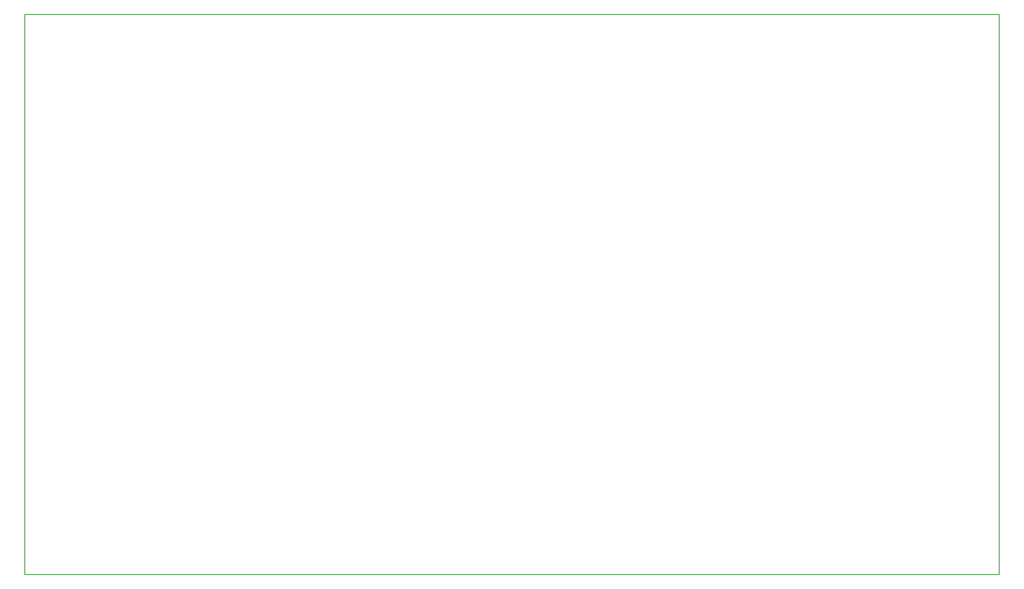
<source format=gm1>
G04 MADE WITH FRITZING*
G04 WWW.FRITZING.ORG*
G04 DOUBLE SIDED*
G04 HOLES PLATED*
G04 CONTOUR ON CENTER OF CONTOUR VECTOR*
%ASAXBY*%
%FSLAX23Y23*%
%MOIN*%
%OFA0B0*%
%SFA1.0B1.0*%
%ADD10R,7.868470X4.526980*%
%ADD11C,0.008000*%
%ADD10C,0.008*%
%LNCONTOUR*%
G90*
G70*
G54D10*
G54D11*
X4Y4523D02*
X7864Y4523D01*
X7864Y4D01*
X4Y4D01*
X4Y4523D01*
D02*
G04 End of contour*
M02*
</source>
